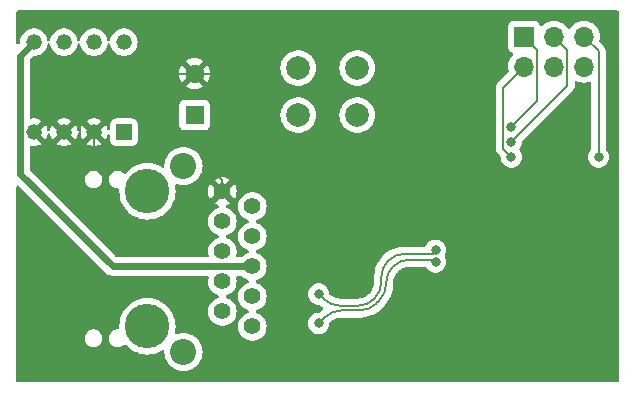
<source format=gbr>
%TF.GenerationSoftware,KiCad,Pcbnew,8.0.9-1.fc41*%
%TF.CreationDate,2025-03-17T15:20:04+02:00*%
%TF.ProjectId,electronics-application-project,656c6563-7472-46f6-9e69-63732d617070,rev?*%
%TF.SameCoordinates,Original*%
%TF.FileFunction,Copper,L2,Bot*%
%TF.FilePolarity,Positive*%
%FSLAX46Y46*%
G04 Gerber Fmt 4.6, Leading zero omitted, Abs format (unit mm)*
G04 Created by KiCad (PCBNEW 8.0.9-1.fc41) date 2025-03-17 15:20:04*
%MOMM*%
%LPD*%
G01*
G04 APERTURE LIST*
%TA.AperFunction,ComponentPad*%
%ADD10C,2.000000*%
%TD*%
%TA.AperFunction,ComponentPad*%
%ADD11R,1.600000X1.600000*%
%TD*%
%TA.AperFunction,ComponentPad*%
%ADD12C,1.600000*%
%TD*%
%TA.AperFunction,ComponentPad*%
%ADD13C,1.397000*%
%TD*%
%TA.AperFunction,ComponentPad*%
%ADD14C,2.209800*%
%TD*%
%TA.AperFunction,ComponentPad*%
%ADD15C,3.759200*%
%TD*%
%TA.AperFunction,ComponentPad*%
%ADD16R,1.700000X1.700000*%
%TD*%
%TA.AperFunction,ComponentPad*%
%ADD17O,1.700000X1.700000*%
%TD*%
%TA.AperFunction,ComponentPad*%
%ADD18R,1.320800X1.320800*%
%TD*%
%TA.AperFunction,ComponentPad*%
%ADD19C,1.320800*%
%TD*%
%TA.AperFunction,ViaPad*%
%ADD20C,0.800000*%
%TD*%
%TA.AperFunction,Conductor*%
%ADD21C,0.200000*%
%TD*%
%TA.AperFunction,Conductor*%
%ADD22C,0.600000*%
%TD*%
G04 APERTURE END LIST*
D10*
%TO.P,L1,1,1*%
%TO.N,Net-(D1-K)*%
X133862601Y-76370601D03*
%TO.P,L1,2,NC*%
%TO.N,unconnected-(L1-NC-Pad2)*%
X138866401Y-76370601D03*
%TO.P,L1,3,1*%
%TO.N,3.3V_D*%
X138866401Y-80358401D03*
%TO.P,L1,4,NC*%
%TO.N,unconnected-(L1-NC-Pad4)*%
X133862601Y-80358401D03*
%TD*%
D11*
%TO.P,C9,1*%
%TO.N,3.3V_D*%
X125100000Y-80352651D03*
D12*
%TO.P,C9,2*%
%TO.N,GND*%
X125100000Y-76852651D03*
%TD*%
D13*
%TO.P,U2,1,VC2-*%
%TO.N,GND*%
X127455799Y-86824251D03*
%TO.P,U2,2,VC1-*%
%TO.N,unconnected-(U2-VC1--Pad2)*%
X129995799Y-88094251D03*
%TO.P,U2,3,RD-*%
%TO.N,Net-(U2-RD-)*%
X127455799Y-89364251D03*
%TO.P,U2,4,RCT*%
%TO.N,Net-(U2-RCT)*%
X129995799Y-90634251D03*
%TO.P,U2,5,RD+*%
%TO.N,Net-(U2-RD+)*%
X127455799Y-91904251D03*
%TO.P,U2,6,VC2+*%
%TO.N,Net-(U2-VC2+)*%
X129995799Y-93174251D03*
%TO.P,U2,7,VC1+*%
%TO.N,unconnected-(U2-VC1+-Pad7)*%
X127455799Y-94444251D03*
%TO.P,U2,8,TD-*%
%TO.N,Net-(U2-TD-)*%
X129995799Y-95714251D03*
%TO.P,U2,9,TCT*%
%TO.N,Net-(U2-TCT)*%
X127455799Y-96984251D03*
%TO.P,U2,10,TD+*%
%TO.N,Net-(U2-TD+)*%
X129995799Y-98254251D03*
D14*
%TO.P,U2,15,Shield*%
%TO.N,Net-(C19-Pad1)*%
X124155831Y-84664253D03*
%TO.P,U2,16,Shield*%
X124155831Y-100414249D03*
D15*
%TO.P,U2,17*%
%TO.N,N/C*%
X121105799Y-86824251D03*
%TO.P,U2,18*%
X121105799Y-98254251D03*
%TD*%
D16*
%TO.P,J1,1,Pin_1*%
%TO.N,/MISO*%
X152975000Y-73725000D03*
D17*
%TO.P,J1,2,Pin_2*%
%TO.N,Net-(J1-Pin_2)*%
X152975000Y-76265000D03*
%TO.P,J1,3,Pin_3*%
%TO.N,/SCLK*%
X155515000Y-73725000D03*
%TO.P,J1,4,Pin_4*%
%TO.N,/MOSI*%
X155515000Y-76265000D03*
%TO.P,J1,5,Pin_5*%
%TO.N,Net-(J1-Pin_5)*%
X158055000Y-73725000D03*
%TO.P,J1,6,Pin_6*%
%TO.N,Net-(J1-Pin_6)*%
X158055000Y-76265000D03*
%TD*%
D18*
%TO.P,U3,1,FB*%
%TO.N,3.3V_D*%
X119110000Y-81810000D03*
D19*
%TO.P,U3,2,SIGGND*%
%TO.N,GND*%
X116570000Y-81810000D03*
%TO.P,U3,3,ON/OFF*%
X114030000Y-81810000D03*
%TO.P,U3,4,PWRGND*%
X111490000Y-81810000D03*
%TO.P,U3,5,VIN*%
%TO.N,Net-(U2-VC2+)*%
X111490000Y-74190000D03*
%TO.P,U3,6,NC*%
%TO.N,unconnected-(U3-NC-Pad6)*%
X114030000Y-74190000D03*
%TO.P,U3,7,OUTPUT*%
%TO.N,Net-(D1-K)*%
X116570000Y-74190000D03*
%TO.P,U3,8,NC*%
%TO.N,unconnected-(U3-NC-Pad8)*%
X119110000Y-74190000D03*
%TD*%
D20*
%TO.N,GND*%
X127400000Y-100937500D03*
X140400000Y-84437500D03*
X142600000Y-84437500D03*
X138200000Y-84437500D03*
X147750000Y-87083600D03*
X144237500Y-99775000D03*
X119000000Y-76600000D03*
X113837500Y-76500000D03*
X122562500Y-91100000D03*
X137700000Y-98337500D03*
X151600000Y-99662500D03*
X158600000Y-99737500D03*
X146700000Y-94200000D03*
X149300000Y-91500000D03*
X144900000Y-84862500D03*
X144700000Y-79537500D03*
X141500000Y-97700000D03*
%TO.N,Net-(U1-TXP)*%
X145500000Y-92800003D03*
X135600000Y-98000000D03*
%TO.N,Net-(U1-TXN)*%
X135600000Y-95500000D03*
X145500000Y-91800000D03*
%TO.N,/MISO*%
X151900000Y-81365000D03*
%TO.N,/SCLK*%
X151904300Y-82635000D03*
%TO.N,Net-(J1-Pin_2)*%
X151904300Y-83905000D03*
%TO.N,Net-(J1-Pin_5)*%
X159295700Y-83905000D03*
%TD*%
D21*
%TO.N,Net-(U1-TXN)*%
X142900000Y-92100000D02*
G75*
G03*
X140900000Y-94100000I0J-2000000D01*
G01*
X136014214Y-95914214D02*
G75*
G03*
X137428427Y-96499981I1414186J1414214D01*
G01*
X138900000Y-96500000D02*
G75*
G03*
X140900000Y-94500000I0J2000000D01*
G01*
X135600000Y-95500000D02*
X136014214Y-95914214D01*
X145300000Y-92100000D02*
X145300000Y-92000000D01*
X137428427Y-96500000D02*
X138900000Y-96500000D01*
X145300000Y-92000000D02*
X145500000Y-91800000D01*
X140900000Y-94500000D02*
X140900000Y-94100000D01*
X142900000Y-92100000D02*
X145300000Y-92100000D01*
%TO.N,Net-(J1-Pin_2)*%
X152975000Y-76265000D02*
X151200000Y-78040000D01*
X151200000Y-83200700D02*
X151904300Y-83905000D01*
X151200000Y-78040000D02*
X151200000Y-83200700D01*
%TO.N,GND*%
X149300000Y-91500000D02*
X149300000Y-91600000D01*
X116570000Y-83970000D02*
X116570000Y-81810000D01*
X149300000Y-91500000D02*
X147750000Y-89950000D01*
X132500000Y-82000000D02*
X127300000Y-76800000D01*
X126800000Y-82400000D02*
X121800000Y-82400000D01*
X137700000Y-98337500D02*
X140862500Y-98337500D01*
X134937500Y-84437500D02*
X132500000Y-82000000D01*
X113837500Y-76500000D02*
X113837500Y-77737500D01*
X147662500Y-84862500D02*
X147800000Y-85000000D01*
X146700000Y-97312500D02*
X144237500Y-99775000D01*
X125100000Y-76852651D02*
X119252651Y-76852651D01*
X144700000Y-84662500D02*
X144900000Y-84862500D01*
X149300000Y-91600000D02*
X146700000Y-94200000D01*
X141500000Y-97700000D02*
X143575000Y-99775000D01*
X115400000Y-78600000D02*
X118200000Y-78600000D01*
X135100000Y-100937500D02*
X127400000Y-100937500D01*
X114700000Y-78600000D02*
X115400000Y-78600000D01*
X138200000Y-84437500D02*
X134937500Y-84437500D01*
X140862500Y-98337500D02*
X141500000Y-97700000D01*
X146700000Y-94200000D02*
X146700000Y-97312500D01*
X144900000Y-84862500D02*
X147662500Y-84862500D01*
X144475000Y-84437500D02*
X144900000Y-84862500D01*
X127455799Y-85836423D02*
X126800000Y-85180624D01*
X119400000Y-91100000D02*
X115400000Y-87100000D01*
X142600000Y-84437500D02*
X144475000Y-84437500D01*
X127247349Y-76852651D02*
X125100000Y-76852651D01*
X127300000Y-76800000D02*
X127247349Y-76852651D01*
X116600000Y-84000000D02*
X116570000Y-83970000D01*
X113837500Y-77737500D02*
X114700000Y-78600000D01*
X126800000Y-85180624D02*
X126800000Y-82400000D01*
X122562500Y-91100000D02*
X119400000Y-91100000D01*
X118200000Y-78600000D02*
X118300000Y-78500000D01*
X127455799Y-86824251D02*
X127455799Y-85836423D01*
X147750000Y-85050000D02*
X147750000Y-87083600D01*
X147750000Y-89950000D02*
X147750000Y-87083600D01*
X144275000Y-99737500D02*
X158600000Y-99737500D01*
X121800000Y-82400000D02*
X120200000Y-84000000D01*
X118300000Y-78200000D02*
X119000000Y-77500000D01*
X118300000Y-78500000D02*
X118300000Y-78200000D01*
X119252651Y-76852651D02*
X119000000Y-76600000D01*
X138200000Y-84437500D02*
X140400000Y-84437500D01*
X143575000Y-99775000D02*
X144237500Y-99775000D01*
X140400000Y-84437500D02*
X142600000Y-84437500D01*
X115400000Y-87100000D02*
X115400000Y-78600000D01*
X119000000Y-77500000D02*
X119000000Y-76600000D01*
X147800000Y-85000000D02*
X147750000Y-85050000D01*
X120200000Y-84000000D02*
X116600000Y-84000000D01*
X144700000Y-79537500D02*
X144700000Y-84662500D01*
X137700000Y-98337500D02*
X135100000Y-100937500D01*
X144237500Y-99775000D02*
X144275000Y-99737500D01*
D22*
%TO.N,Net-(U2-VC2+)*%
X129995799Y-93174251D02*
X118174251Y-93174251D01*
X118174251Y-93174251D02*
X110329600Y-85329600D01*
X110329600Y-85329600D02*
X110329600Y-75350400D01*
X110329600Y-75350400D02*
X111490000Y-74190000D01*
D21*
%TO.N,/MISO*%
X154125000Y-74875000D02*
X152975000Y-73725000D01*
X151900000Y-81365000D02*
X154125000Y-79140000D01*
X154125000Y-79140000D02*
X154125000Y-74875000D01*
%TO.N,/SCLK*%
X151904300Y-82635000D02*
X156665000Y-77874300D01*
X156665000Y-77874300D02*
X156665000Y-74875000D01*
X156665000Y-74875000D02*
X155515000Y-73725000D01*
%TO.N,Net-(J1-Pin_5)*%
X159295700Y-83905000D02*
X159295700Y-74965700D01*
X159295700Y-74965700D02*
X158055000Y-73725000D01*
%TO.N,Net-(U1-TXP)*%
X136114214Y-97485786D02*
X135600000Y-98000000D01*
X143300000Y-92600000D02*
X145299997Y-92600000D01*
X139078013Y-96900000D02*
G75*
G03*
X140492221Y-96314207I-13J2000000D01*
G01*
X137528427Y-96900000D02*
X139078013Y-96900000D01*
X140492227Y-96314213D02*
X140714214Y-96092226D01*
X140714214Y-96092226D02*
G75*
G03*
X141300009Y-94678013I-1414214J1414226D01*
G01*
X143300000Y-92600000D02*
G75*
G03*
X141300000Y-94600000I0J-2000000D01*
G01*
X137528427Y-96900000D02*
G75*
G03*
X136114200Y-97485772I-27J-2000000D01*
G01*
X145299997Y-92600000D02*
X145500000Y-92800003D01*
X141300000Y-94678013D02*
X141300000Y-94600000D01*
%TD*%
%TA.AperFunction,Conductor*%
%TO.N,GND*%
G36*
X160942539Y-71520185D02*
G01*
X160988294Y-71572989D01*
X160999500Y-71624500D01*
X160999500Y-102875500D01*
X160979815Y-102942539D01*
X160927011Y-102988294D01*
X160875500Y-102999500D01*
X110124500Y-102999500D01*
X110057461Y-102979815D01*
X110011706Y-102927011D01*
X110000500Y-102875500D01*
X110000500Y-99338959D01*
X115777296Y-99338959D01*
X115806444Y-99485491D01*
X115806447Y-99485501D01*
X115863619Y-99623528D01*
X115863626Y-99623541D01*
X115946631Y-99747766D01*
X115946634Y-99747770D01*
X116052277Y-99853413D01*
X116052281Y-99853416D01*
X116176506Y-99936421D01*
X116176519Y-99936428D01*
X116314546Y-99993600D01*
X116314551Y-99993602D01*
X116314555Y-99993602D01*
X116314556Y-99993603D01*
X116461088Y-100022751D01*
X116461091Y-100022751D01*
X116610505Y-100022751D01*
X116709089Y-100003140D01*
X116757043Y-99993602D01*
X116884405Y-99940847D01*
X116895074Y-99936428D01*
X116895074Y-99936427D01*
X116895081Y-99936425D01*
X117019313Y-99853416D01*
X117124962Y-99747767D01*
X117207971Y-99623535D01*
X117265148Y-99485497D01*
X117279684Y-99412420D01*
X117294297Y-99338960D01*
X117807298Y-99338960D01*
X117836446Y-99485492D01*
X117836449Y-99485502D01*
X117893621Y-99623529D01*
X117893628Y-99623542D01*
X117976633Y-99747767D01*
X117976636Y-99747771D01*
X118082279Y-99853414D01*
X118082283Y-99853417D01*
X118206508Y-99936422D01*
X118206521Y-99936429D01*
X118344546Y-99993600D01*
X118344553Y-99993603D01*
X118344557Y-99993603D01*
X118344558Y-99993604D01*
X118491090Y-100022752D01*
X118491093Y-100022752D01*
X118640507Y-100022752D01*
X118739091Y-100003141D01*
X118787045Y-99993603D01*
X118925083Y-99936426D01*
X119049315Y-99853417D01*
X119111915Y-99790816D01*
X119173236Y-99757333D01*
X119242928Y-99762317D01*
X119292823Y-99796740D01*
X119419202Y-99940847D01*
X119602381Y-100101490D01*
X119653777Y-100146563D01*
X119913195Y-100319901D01*
X120048990Y-100386867D01*
X120193017Y-100457894D01*
X120193027Y-100457898D01*
X120404498Y-100529682D01*
X120488462Y-100558184D01*
X120794467Y-100619052D01*
X121105799Y-100639458D01*
X121417131Y-100619052D01*
X121723136Y-100558184D01*
X121922171Y-100490620D01*
X122018570Y-100457898D01*
X122018580Y-100457894D01*
X122298403Y-100319901D01*
X122354452Y-100282449D01*
X122421126Y-100261572D01*
X122488506Y-100280055D01*
X122535197Y-100332034D01*
X122546959Y-100395275D01*
X122545467Y-100414243D01*
X122545467Y-100414245D01*
X122565292Y-100666161D01*
X122624283Y-100911879D01*
X122720985Y-101145339D01*
X122853015Y-101360791D01*
X122853016Y-101360793D01*
X122853017Y-101360795D01*
X122853019Y-101360797D01*
X123017132Y-101552948D01*
X123209283Y-101717061D01*
X123209285Y-101717062D01*
X123209286Y-101717063D01*
X123209288Y-101717064D01*
X123424740Y-101849094D01*
X123658200Y-101945796D01*
X123719629Y-101960543D01*
X123903915Y-102004787D01*
X124155831Y-102024613D01*
X124407747Y-102004787D01*
X124653461Y-101945796D01*
X124886921Y-101849094D01*
X125102379Y-101717061D01*
X125294530Y-101552948D01*
X125458643Y-101360797D01*
X125590676Y-101145339D01*
X125687378Y-100911879D01*
X125746369Y-100666165D01*
X125766195Y-100414249D01*
X125746369Y-100162333D01*
X125687378Y-99916619D01*
X125661200Y-99853418D01*
X125590676Y-99683158D01*
X125458646Y-99467706D01*
X125458645Y-99467704D01*
X125458644Y-99467703D01*
X125458643Y-99467701D01*
X125294530Y-99275550D01*
X125102379Y-99111437D01*
X125102377Y-99111435D01*
X125102375Y-99111434D01*
X125102373Y-99111433D01*
X124886921Y-98979403D01*
X124653461Y-98882701D01*
X124407743Y-98823710D01*
X124407744Y-98823710D01*
X124155831Y-98803885D01*
X123903918Y-98823710D01*
X123658200Y-98882701D01*
X123599339Y-98907082D01*
X123529870Y-98914549D01*
X123467391Y-98883274D01*
X123431739Y-98823184D01*
X123430271Y-98768329D01*
X123448819Y-98675086D01*
X123470600Y-98565583D01*
X123491006Y-98254251D01*
X123470600Y-97942919D01*
X123409732Y-97636914D01*
X123363516Y-97500765D01*
X123309446Y-97341479D01*
X123309442Y-97341469D01*
X123171454Y-97061657D01*
X123171445Y-97061642D01*
X123133774Y-97005263D01*
X122998111Y-96802229D01*
X122886685Y-96675172D01*
X122792395Y-96567654D01*
X122557822Y-96361940D01*
X122540482Y-96350354D01*
X122429866Y-96276442D01*
X122298408Y-96188604D01*
X122298405Y-96188602D01*
X122298403Y-96188601D01*
X122218597Y-96149245D01*
X122018580Y-96050607D01*
X122018570Y-96050603D01*
X121723149Y-95950322D01*
X121723143Y-95950320D01*
X121723136Y-95950318D01*
X121417131Y-95889450D01*
X121105799Y-95869044D01*
X120794467Y-95889450D01*
X120794461Y-95889451D01*
X120794456Y-95889452D01*
X120488467Y-95950317D01*
X120488462Y-95950318D01*
X120488457Y-95950319D01*
X120488448Y-95950322D01*
X120193027Y-96050603D01*
X120193017Y-96050607D01*
X119913205Y-96188595D01*
X119913190Y-96188604D01*
X119653775Y-96361940D01*
X119419202Y-96567654D01*
X119213488Y-96802227D01*
X119040152Y-97061642D01*
X119040143Y-97061657D01*
X118902155Y-97341469D01*
X118902151Y-97341479D01*
X118801870Y-97636900D01*
X118801867Y-97636909D01*
X118801866Y-97636914D01*
X118740998Y-97942919D01*
X118720593Y-98254250D01*
X118720592Y-98254258D01*
X118728417Y-98373642D01*
X118713160Y-98441825D01*
X118663461Y-98490936D01*
X118604683Y-98505752D01*
X118491091Y-98505752D01*
X118344558Y-98534899D01*
X118344548Y-98534902D01*
X118206521Y-98592074D01*
X118206508Y-98592081D01*
X118082283Y-98675086D01*
X118082279Y-98675089D01*
X117976636Y-98780732D01*
X117976633Y-98780736D01*
X117893628Y-98904961D01*
X117893621Y-98904974D01*
X117836449Y-99043001D01*
X117836446Y-99043011D01*
X117807299Y-99189543D01*
X117807299Y-99189545D01*
X117807299Y-99189546D01*
X117807299Y-99338958D01*
X117807299Y-99338960D01*
X117807298Y-99338960D01*
X117294297Y-99338960D01*
X117294297Y-99338959D01*
X117294297Y-99189542D01*
X117265149Y-99043010D01*
X117265148Y-99043006D01*
X117265148Y-99043005D01*
X117238804Y-98979404D01*
X117207974Y-98904973D01*
X117207967Y-98904960D01*
X117124962Y-98780735D01*
X117124959Y-98780731D01*
X117019316Y-98675088D01*
X117019312Y-98675085D01*
X116895087Y-98592080D01*
X116895074Y-98592073D01*
X116757047Y-98534901D01*
X116757037Y-98534898D01*
X116610505Y-98505751D01*
X116610503Y-98505751D01*
X116461091Y-98505751D01*
X116461089Y-98505751D01*
X116314556Y-98534898D01*
X116314546Y-98534901D01*
X116176519Y-98592073D01*
X116176506Y-98592080D01*
X116052281Y-98675085D01*
X116052277Y-98675088D01*
X115946634Y-98780731D01*
X115946631Y-98780735D01*
X115863626Y-98904960D01*
X115863619Y-98904973D01*
X115806447Y-99043000D01*
X115806444Y-99043010D01*
X115777297Y-99189542D01*
X115777297Y-99189543D01*
X115777297Y-99189545D01*
X115777297Y-99338957D01*
X115777297Y-99338959D01*
X115777296Y-99338959D01*
X110000500Y-99338959D01*
X110000500Y-86431940D01*
X110020185Y-86364901D01*
X110072989Y-86319146D01*
X110142147Y-86309202D01*
X110205703Y-86338227D01*
X110212181Y-86344259D01*
X117663958Y-93796037D01*
X117663962Y-93796040D01*
X117795065Y-93883641D01*
X117795078Y-93883648D01*
X117940749Y-93943986D01*
X117940754Y-93943988D01*
X118089894Y-93973654D01*
X118095404Y-93974750D01*
X118095407Y-93974751D01*
X118095409Y-93974751D01*
X118253094Y-93974751D01*
X126178593Y-93974751D01*
X126245632Y-93994436D01*
X126291387Y-94047240D01*
X126301331Y-94116398D01*
X126297859Y-94132685D01*
X126272165Y-94222988D01*
X126272164Y-94222991D01*
X126251662Y-94444250D01*
X126251662Y-94444251D01*
X126272164Y-94665510D01*
X126272165Y-94665512D01*
X126332973Y-94879230D01*
X126332979Y-94879245D01*
X126432021Y-95078147D01*
X126565932Y-95255475D01*
X126627657Y-95311744D01*
X126723428Y-95399051D01*
X126730143Y-95405172D01*
X126730145Y-95405174D01*
X126919065Y-95522148D01*
X126919071Y-95522151D01*
X126928826Y-95525930D01*
X127116474Y-95598625D01*
X127171873Y-95641197D01*
X127195464Y-95706964D01*
X127179753Y-95775044D01*
X127129729Y-95823823D01*
X127116483Y-95829872D01*
X127037170Y-95860599D01*
X126919071Y-95906350D01*
X126919065Y-95906353D01*
X126730145Y-96023327D01*
X126730143Y-96023329D01*
X126565932Y-96173026D01*
X126432021Y-96350354D01*
X126332979Y-96549256D01*
X126332973Y-96549271D01*
X126272165Y-96762989D01*
X126272164Y-96762991D01*
X126251662Y-96984250D01*
X126251662Y-96984251D01*
X126272164Y-97205510D01*
X126272165Y-97205512D01*
X126332973Y-97419230D01*
X126332979Y-97419245D01*
X126432021Y-97618147D01*
X126565932Y-97795475D01*
X126712200Y-97928815D01*
X126727671Y-97942919D01*
X126730143Y-97945172D01*
X126730145Y-97945174D01*
X126919065Y-98062148D01*
X126919071Y-98062151D01*
X126948005Y-98073360D01*
X127126271Y-98142421D01*
X127344695Y-98183251D01*
X127344698Y-98183251D01*
X127566900Y-98183251D01*
X127566903Y-98183251D01*
X127785327Y-98142421D01*
X127992529Y-98062150D01*
X128181454Y-97945173D01*
X128345667Y-97795473D01*
X128479577Y-97618147D01*
X128578623Y-97419235D01*
X128639433Y-97205511D01*
X128659936Y-96984251D01*
X128653166Y-96911197D01*
X128639433Y-96762991D01*
X128639432Y-96762989D01*
X128630452Y-96731428D01*
X128578623Y-96549267D01*
X128479577Y-96350355D01*
X128357429Y-96188604D01*
X128345665Y-96173026D01*
X128181454Y-96023329D01*
X128181452Y-96023327D01*
X127992532Y-95906353D01*
X127992526Y-95906351D01*
X127795121Y-95829875D01*
X127739724Y-95787305D01*
X127716133Y-95721538D01*
X127731844Y-95653458D01*
X127781868Y-95604679D01*
X127795107Y-95598631D01*
X127992529Y-95522150D01*
X128181454Y-95405173D01*
X128345667Y-95255473D01*
X128479577Y-95078147D01*
X128578623Y-94879235D01*
X128639433Y-94665511D01*
X128659936Y-94444251D01*
X128653166Y-94371197D01*
X128639433Y-94222991D01*
X128639432Y-94222988D01*
X128613739Y-94132685D01*
X128614326Y-94062818D01*
X128652592Y-94004359D01*
X128716390Y-93975869D01*
X128733005Y-93974751D01*
X129046131Y-93974751D01*
X129113170Y-93994436D01*
X129129669Y-94007114D01*
X129270143Y-94135172D01*
X129270145Y-94135174D01*
X129459065Y-94252148D01*
X129459071Y-94252151D01*
X129501492Y-94268584D01*
X129656474Y-94328625D01*
X129711873Y-94371197D01*
X129735464Y-94436964D01*
X129719753Y-94505044D01*
X129669729Y-94553823D01*
X129656483Y-94559872D01*
X129577170Y-94590599D01*
X129459071Y-94636350D01*
X129459065Y-94636353D01*
X129270145Y-94753327D01*
X129270143Y-94753329D01*
X129105932Y-94903026D01*
X128972021Y-95080354D01*
X128872979Y-95279256D01*
X128872973Y-95279271D01*
X128812165Y-95492989D01*
X128812164Y-95492991D01*
X128791662Y-95714250D01*
X128791662Y-95714251D01*
X128812164Y-95935510D01*
X128812165Y-95935512D01*
X128872973Y-96149230D01*
X128872979Y-96149245D01*
X128972021Y-96348147D01*
X129105932Y-96525475D01*
X129270143Y-96675172D01*
X129270145Y-96675174D01*
X129459065Y-96792148D01*
X129459071Y-96792151D01*
X129485086Y-96802229D01*
X129656474Y-96868625D01*
X129711873Y-96911197D01*
X129735464Y-96976964D01*
X129719753Y-97045044D01*
X129669729Y-97093823D01*
X129656483Y-97099872D01*
X129577170Y-97130599D01*
X129459071Y-97176350D01*
X129459065Y-97176353D01*
X129270145Y-97293327D01*
X129270143Y-97293329D01*
X129105932Y-97443026D01*
X128972021Y-97620354D01*
X128872979Y-97819256D01*
X128872973Y-97819271D01*
X128812165Y-98032989D01*
X128812164Y-98032991D01*
X128791662Y-98254250D01*
X128791662Y-98254251D01*
X128812164Y-98475510D01*
X128812165Y-98475512D01*
X128872973Y-98689230D01*
X128872979Y-98689245D01*
X128972021Y-98888147D01*
X129105932Y-99065475D01*
X129270143Y-99215172D01*
X129270145Y-99215174D01*
X129459065Y-99332148D01*
X129459071Y-99332151D01*
X129488005Y-99343360D01*
X129666271Y-99412421D01*
X129884695Y-99453251D01*
X129884698Y-99453251D01*
X130106900Y-99453251D01*
X130106903Y-99453251D01*
X130325327Y-99412421D01*
X130532529Y-99332150D01*
X130721454Y-99215173D01*
X130885667Y-99065473D01*
X131019577Y-98888147D01*
X131118623Y-98689235D01*
X131179433Y-98475511D01*
X131199936Y-98254251D01*
X131179433Y-98032991D01*
X131118623Y-97819267D01*
X131106573Y-97795068D01*
X131055511Y-97692521D01*
X131019577Y-97620355D01*
X130885667Y-97443029D01*
X130885665Y-97443026D01*
X130721454Y-97293329D01*
X130721452Y-97293327D01*
X130532532Y-97176353D01*
X130532526Y-97176351D01*
X130335121Y-97099875D01*
X130279724Y-97057305D01*
X130256133Y-96991538D01*
X130271844Y-96923458D01*
X130321868Y-96874679D01*
X130335107Y-96868631D01*
X130532529Y-96792150D01*
X130721454Y-96675173D01*
X130885667Y-96525473D01*
X131019577Y-96348147D01*
X131118623Y-96149235D01*
X131179433Y-95935511D01*
X131199936Y-95714251D01*
X131197527Y-95688259D01*
X131180082Y-95500000D01*
X134694540Y-95500000D01*
X134714326Y-95688256D01*
X134714327Y-95688259D01*
X134772818Y-95868277D01*
X134772821Y-95868284D01*
X134867467Y-96032216D01*
X134972827Y-96149230D01*
X134994129Y-96172888D01*
X135147265Y-96284148D01*
X135147270Y-96284151D01*
X135320192Y-96361142D01*
X135320197Y-96361144D01*
X135505354Y-96400500D01*
X135599876Y-96400500D01*
X135666915Y-96420185D01*
X135687557Y-96436819D01*
X135692855Y-96442117D01*
X135921223Y-96624229D01*
X135935480Y-96633187D01*
X135981772Y-96685521D01*
X135992421Y-96754575D01*
X135964046Y-96818423D01*
X135946821Y-96835129D01*
X135792868Y-96957900D01*
X135749842Y-97000924D01*
X135749829Y-97000936D01*
X135745498Y-97005266D01*
X135745498Y-97005267D01*
X135687582Y-97063182D01*
X135626262Y-97096666D01*
X135599903Y-97099500D01*
X135505354Y-97099500D01*
X135472897Y-97106398D01*
X135320197Y-97138855D01*
X135320192Y-97138857D01*
X135147270Y-97215848D01*
X135147265Y-97215851D01*
X134994129Y-97327111D01*
X134867466Y-97467785D01*
X134772821Y-97631715D01*
X134772818Y-97631722D01*
X134719612Y-97795475D01*
X134714326Y-97811744D01*
X134694540Y-98000000D01*
X134714326Y-98188256D01*
X134714327Y-98188259D01*
X134772818Y-98368277D01*
X134772821Y-98368284D01*
X134867467Y-98532216D01*
X134921369Y-98592080D01*
X134994129Y-98672888D01*
X135147265Y-98784148D01*
X135147270Y-98784151D01*
X135320192Y-98861142D01*
X135320197Y-98861144D01*
X135505354Y-98900500D01*
X135505355Y-98900500D01*
X135694644Y-98900500D01*
X135694646Y-98900500D01*
X135879803Y-98861144D01*
X136052730Y-98784151D01*
X136205871Y-98672888D01*
X136332533Y-98532216D01*
X136427179Y-98368284D01*
X136485674Y-98188256D01*
X136505460Y-98000000D01*
X136505460Y-97999997D01*
X136505460Y-97995854D01*
X136506138Y-97993544D01*
X136506139Y-97993537D01*
X136506140Y-97993537D01*
X136525145Y-97928815D01*
X136547698Y-97902628D01*
X136670358Y-97795061D01*
X136683219Y-97785194D01*
X136821918Y-97692521D01*
X136835956Y-97684415D01*
X136985576Y-97610633D01*
X137000546Y-97604432D01*
X137158520Y-97550810D01*
X137174160Y-97546619D01*
X137337786Y-97514073D01*
X137353850Y-97511959D01*
X137524680Y-97500764D01*
X137532788Y-97500500D01*
X137601333Y-97500501D01*
X137601337Y-97500500D01*
X139005103Y-97500500D01*
X139026646Y-97500500D01*
X139026677Y-97500509D01*
X139078017Y-97500509D01*
X139224062Y-97500509D01*
X139224062Y-97500508D01*
X139470141Y-97472780D01*
X139514296Y-97467805D01*
X139514296Y-97467804D01*
X139514304Y-97467804D01*
X139799063Y-97402808D01*
X140074754Y-97306337D01*
X140337910Y-97179606D01*
X140585223Y-97024208D01*
X140813581Y-96842096D01*
X140858259Y-96797416D01*
X140858263Y-96797414D01*
X140916847Y-96738829D01*
X140947070Y-96708605D01*
X141194733Y-96460942D01*
X141194734Y-96460939D01*
X141200865Y-96454809D01*
X141200949Y-96454713D01*
X141242086Y-96413578D01*
X141242086Y-96413577D01*
X141242090Y-96413574D01*
X141424201Y-96185216D01*
X141579599Y-95937905D01*
X141706329Y-95674749D01*
X141802799Y-95399059D01*
X141867795Y-95114302D01*
X141900500Y-94824057D01*
X141900500Y-94678017D01*
X141900500Y-94605103D01*
X141900500Y-94604875D01*
X141900882Y-94595146D01*
X141912184Y-94451538D01*
X141916964Y-94390791D01*
X141920006Y-94371586D01*
X141966720Y-94177009D01*
X141972726Y-94158524D01*
X142049303Y-93973650D01*
X142058136Y-93956317D01*
X142059581Y-93953959D01*
X142162687Y-93785706D01*
X142174117Y-93769976D01*
X142233453Y-93700503D01*
X142304066Y-93617825D01*
X142317825Y-93604066D01*
X142469976Y-93474117D01*
X142485706Y-93462687D01*
X142656320Y-93358134D01*
X142673650Y-93349303D01*
X142858524Y-93272726D01*
X142877009Y-93266720D01*
X143071586Y-93220006D01*
X143090791Y-93216964D01*
X143295146Y-93200881D01*
X143304875Y-93200500D01*
X143372914Y-93200500D01*
X144619828Y-93200500D01*
X144686867Y-93220185D01*
X144727214Y-93262499D01*
X144767466Y-93332217D01*
X144767467Y-93332219D01*
X144894129Y-93472891D01*
X145047265Y-93584151D01*
X145047270Y-93584154D01*
X145220192Y-93661145D01*
X145220197Y-93661147D01*
X145405354Y-93700503D01*
X145405355Y-93700503D01*
X145594644Y-93700503D01*
X145594646Y-93700503D01*
X145779803Y-93661147D01*
X145952730Y-93584154D01*
X146105871Y-93472891D01*
X146232533Y-93332219D01*
X146327179Y-93168287D01*
X146385674Y-92988259D01*
X146405460Y-92800003D01*
X146385674Y-92611747D01*
X146327179Y-92431719D01*
X146286927Y-92362000D01*
X146270454Y-92294100D01*
X146286927Y-92238002D01*
X146327179Y-92168284D01*
X146385674Y-91988256D01*
X146405460Y-91800000D01*
X146385674Y-91611744D01*
X146327179Y-91431716D01*
X146232533Y-91267784D01*
X146105871Y-91127112D01*
X146058960Y-91093029D01*
X145952734Y-91015851D01*
X145952729Y-91015848D01*
X145779807Y-90938857D01*
X145779802Y-90938855D01*
X145634001Y-90907865D01*
X145594646Y-90899500D01*
X145405354Y-90899500D01*
X145372897Y-90906398D01*
X145220197Y-90938855D01*
X145220192Y-90938857D01*
X145047270Y-91015848D01*
X145047265Y-91015851D01*
X144894129Y-91127111D01*
X144767465Y-91267785D01*
X144669571Y-91437344D01*
X144666925Y-91435816D01*
X144630397Y-91479006D01*
X144563598Y-91499491D01*
X144562115Y-91499500D01*
X142753952Y-91499500D01*
X142463728Y-91532199D01*
X142463714Y-91532202D01*
X142178955Y-91597196D01*
X142178953Y-91597197D01*
X141903261Y-91693665D01*
X141640109Y-91820393D01*
X141392795Y-91975791D01*
X141164435Y-92157901D01*
X140957901Y-92364435D01*
X140775791Y-92592795D01*
X140620393Y-92840109D01*
X140493665Y-93103261D01*
X140397197Y-93378953D01*
X140397196Y-93378955D01*
X140332202Y-93663714D01*
X140332199Y-93663728D01*
X140299500Y-93953952D01*
X140299500Y-94495124D01*
X140299118Y-94504853D01*
X140283035Y-94709202D01*
X140279991Y-94728420D01*
X140233282Y-94922979D01*
X140227269Y-94941485D01*
X140150697Y-95126345D01*
X140141863Y-95143682D01*
X140037319Y-95314282D01*
X140025882Y-95330023D01*
X139895933Y-95482174D01*
X139882174Y-95495933D01*
X139730023Y-95625882D01*
X139714282Y-95637319D01*
X139543682Y-95741863D01*
X139526345Y-95750697D01*
X139341485Y-95827269D01*
X139322979Y-95833282D01*
X139128420Y-95879991D01*
X139109202Y-95883035D01*
X138904854Y-95899118D01*
X138895125Y-95899500D01*
X137508944Y-95899500D01*
X137508928Y-95899499D01*
X137432483Y-95899499D01*
X137424375Y-95899234D01*
X137253854Y-95888060D01*
X137237773Y-95885943D01*
X137074170Y-95853403D01*
X137058502Y-95849205D01*
X136900547Y-95795588D01*
X136885562Y-95789381D01*
X136735952Y-95715604D01*
X136721904Y-95707494D01*
X136583206Y-95614821D01*
X136570339Y-95604948D01*
X136570032Y-95604679D01*
X136547512Y-95584929D01*
X136510088Y-95525930D01*
X136505949Y-95504662D01*
X136505459Y-95500004D01*
X136505460Y-95500000D01*
X136485674Y-95311744D01*
X136427179Y-95131716D01*
X136332533Y-94967784D01*
X136205871Y-94827112D01*
X136201672Y-94824061D01*
X136052734Y-94715851D01*
X136052729Y-94715848D01*
X135879807Y-94638857D01*
X135879802Y-94638855D01*
X135721006Y-94605103D01*
X135694646Y-94599500D01*
X135505354Y-94599500D01*
X135478994Y-94605103D01*
X135320197Y-94638855D01*
X135320192Y-94638857D01*
X135147270Y-94715848D01*
X135147265Y-94715851D01*
X134994129Y-94827111D01*
X134867466Y-94967785D01*
X134772821Y-95131715D01*
X134772818Y-95131722D01*
X134724882Y-95279256D01*
X134714326Y-95311744D01*
X134694540Y-95500000D01*
X131180082Y-95500000D01*
X131179433Y-95492991D01*
X131179432Y-95492989D01*
X131154446Y-95405174D01*
X131118623Y-95279267D01*
X131019577Y-95080355D01*
X130907899Y-94932469D01*
X130885665Y-94903026D01*
X130721454Y-94753329D01*
X130721452Y-94753327D01*
X130532532Y-94636353D01*
X130532526Y-94636351D01*
X130335121Y-94559875D01*
X130279724Y-94517305D01*
X130256133Y-94451538D01*
X130271844Y-94383458D01*
X130321868Y-94334679D01*
X130335107Y-94328631D01*
X130532529Y-94252150D01*
X130721454Y-94135173D01*
X130885667Y-93985473D01*
X131019577Y-93808147D01*
X131118623Y-93609235D01*
X131179433Y-93395511D01*
X131199936Y-93174251D01*
X131179433Y-92952991D01*
X131118623Y-92739267D01*
X131019577Y-92540355D01*
X130892920Y-92372633D01*
X130885665Y-92363026D01*
X130721454Y-92213329D01*
X130721452Y-92213327D01*
X130532532Y-92096353D01*
X130532526Y-92096351D01*
X130335121Y-92019875D01*
X130279724Y-91977305D01*
X130256133Y-91911538D01*
X130271844Y-91843458D01*
X130321868Y-91794679D01*
X130335107Y-91788631D01*
X130532529Y-91712150D01*
X130721454Y-91595173D01*
X130885667Y-91445473D01*
X131019577Y-91268147D01*
X131118623Y-91069235D01*
X131179433Y-90855511D01*
X131199936Y-90634251D01*
X131193166Y-90561197D01*
X131179433Y-90412991D01*
X131179432Y-90412989D01*
X131154446Y-90325174D01*
X131118623Y-90199267D01*
X131019577Y-90000355D01*
X130885667Y-89823029D01*
X130885665Y-89823026D01*
X130721454Y-89673329D01*
X130721452Y-89673327D01*
X130532532Y-89556353D01*
X130532526Y-89556351D01*
X130335121Y-89479875D01*
X130279724Y-89437305D01*
X130256133Y-89371538D01*
X130271844Y-89303458D01*
X130321868Y-89254679D01*
X130335107Y-89248631D01*
X130532529Y-89172150D01*
X130721454Y-89055173D01*
X130885667Y-88905473D01*
X131019577Y-88728147D01*
X131118623Y-88529235D01*
X131179433Y-88315511D01*
X131199936Y-88094251D01*
X131179433Y-87872991D01*
X131118623Y-87659267D01*
X131019577Y-87460355D01*
X130885667Y-87283029D01*
X130885665Y-87283026D01*
X130721454Y-87133329D01*
X130721452Y-87133327D01*
X130532532Y-87016353D01*
X130532526Y-87016350D01*
X130424879Y-86974648D01*
X130325327Y-86936081D01*
X130106903Y-86895251D01*
X129884695Y-86895251D01*
X129666271Y-86936081D01*
X129616494Y-86955364D01*
X129459071Y-87016350D01*
X129459065Y-87016353D01*
X129270145Y-87133327D01*
X129270143Y-87133329D01*
X129105932Y-87283026D01*
X128972021Y-87460354D01*
X128872979Y-87659256D01*
X128872973Y-87659271D01*
X128812165Y-87872989D01*
X128812164Y-87872991D01*
X128791662Y-88094250D01*
X128791662Y-88094251D01*
X128812164Y-88315510D01*
X128812165Y-88315512D01*
X128872973Y-88529230D01*
X128872979Y-88529245D01*
X128972021Y-88728147D01*
X129105932Y-88905475D01*
X129270143Y-89055172D01*
X129270145Y-89055174D01*
X129459065Y-89172148D01*
X129459071Y-89172151D01*
X129501492Y-89188584D01*
X129656474Y-89248625D01*
X129711873Y-89291197D01*
X129735464Y-89356964D01*
X129719753Y-89425044D01*
X129669729Y-89473823D01*
X129656483Y-89479872D01*
X129577170Y-89510599D01*
X129459071Y-89556350D01*
X129459065Y-89556353D01*
X129270145Y-89673327D01*
X129270143Y-89673329D01*
X129105932Y-89823026D01*
X128972021Y-90000354D01*
X128872979Y-90199256D01*
X128872973Y-90199271D01*
X128812165Y-90412989D01*
X128812164Y-90412991D01*
X128791662Y-90634250D01*
X128791662Y-90634251D01*
X128812164Y-90855510D01*
X128812165Y-90855512D01*
X128872973Y-91069230D01*
X128872979Y-91069245D01*
X128972021Y-91268147D01*
X129105932Y-91445475D01*
X129270143Y-91595172D01*
X129270145Y-91595174D01*
X129459065Y-91712148D01*
X129459071Y-91712151D01*
X129501492Y-91728584D01*
X129656474Y-91788625D01*
X129711873Y-91831197D01*
X129735464Y-91896964D01*
X129719753Y-91965044D01*
X129669729Y-92013823D01*
X129656483Y-92019872D01*
X129577170Y-92050599D01*
X129459071Y-92096350D01*
X129459065Y-92096353D01*
X129270145Y-92213327D01*
X129270143Y-92213329D01*
X129129669Y-92341388D01*
X129066865Y-92372005D01*
X129046131Y-92373751D01*
X128733005Y-92373751D01*
X128665966Y-92354066D01*
X128620211Y-92301262D01*
X128610267Y-92232104D01*
X128613739Y-92215817D01*
X128639432Y-92125513D01*
X128639433Y-92125510D01*
X128649783Y-92013823D01*
X128659936Y-91904251D01*
X128653166Y-91831197D01*
X128639433Y-91682991D01*
X128639432Y-91682989D01*
X128614446Y-91595174D01*
X128578623Y-91469267D01*
X128562727Y-91437344D01*
X128530347Y-91372316D01*
X128479577Y-91270355D01*
X128371405Y-91127112D01*
X128345665Y-91093026D01*
X128181454Y-90943329D01*
X128181452Y-90943327D01*
X127992532Y-90826353D01*
X127992526Y-90826351D01*
X127795121Y-90749875D01*
X127739724Y-90707305D01*
X127716133Y-90641538D01*
X127731844Y-90573458D01*
X127781868Y-90524679D01*
X127795107Y-90518631D01*
X127992529Y-90442150D01*
X128181454Y-90325173D01*
X128345667Y-90175473D01*
X128479577Y-89998147D01*
X128578623Y-89799235D01*
X128639433Y-89585511D01*
X128659936Y-89364251D01*
X128653166Y-89291197D01*
X128639433Y-89142991D01*
X128639432Y-89142989D01*
X128635218Y-89128179D01*
X128578623Y-88929267D01*
X128479577Y-88730355D01*
X128345667Y-88553029D01*
X128345665Y-88553026D01*
X128181454Y-88403329D01*
X128181452Y-88403327D01*
X127992532Y-88286353D01*
X127992526Y-88286350D01*
X127845898Y-88229546D01*
X127794432Y-88209608D01*
X127739031Y-88167036D01*
X127715441Y-88101269D01*
X127731152Y-88033189D01*
X127781176Y-87984410D01*
X127794434Y-87978355D01*
X127992301Y-87901701D01*
X127992305Y-87901699D01*
X128108036Y-87830041D01*
X127539894Y-87261898D01*
X127627370Y-87238459D01*
X127728729Y-87179940D01*
X127811488Y-87097181D01*
X127870007Y-86995822D01*
X127893446Y-86908345D01*
X128463587Y-87478486D01*
X128463588Y-87478486D01*
X128479148Y-87457883D01*
X128479149Y-87457880D01*
X128578149Y-87259064D01*
X128578155Y-87259049D01*
X128638938Y-87045419D01*
X128638939Y-87045417D01*
X128659433Y-86824251D01*
X128659433Y-86824250D01*
X128638939Y-86603084D01*
X128638938Y-86603082D01*
X128578155Y-86389452D01*
X128578149Y-86389437D01*
X128479150Y-86190621D01*
X128479148Y-86190618D01*
X128463587Y-86170013D01*
X127893446Y-86740155D01*
X127870007Y-86652680D01*
X127811488Y-86551321D01*
X127728729Y-86468562D01*
X127627370Y-86410043D01*
X127539893Y-86386603D01*
X128108036Y-85818459D01*
X128108035Y-85818458D01*
X127992308Y-85746803D01*
X127992302Y-85746800D01*
X127785191Y-85666566D01*
X127566854Y-85625751D01*
X127344744Y-85625751D01*
X127126406Y-85666566D01*
X126919294Y-85746801D01*
X126803560Y-85818459D01*
X127371705Y-86386603D01*
X127284228Y-86410043D01*
X127182869Y-86468562D01*
X127100110Y-86551321D01*
X127041591Y-86652680D01*
X127018151Y-86740156D01*
X126448009Y-86170013D01*
X126432450Y-86190618D01*
X126432445Y-86190625D01*
X126333448Y-86389437D01*
X126333442Y-86389452D01*
X126272659Y-86603082D01*
X126272658Y-86603084D01*
X126252165Y-86824250D01*
X126252165Y-86824251D01*
X126272658Y-87045417D01*
X126272659Y-87045419D01*
X126333442Y-87259049D01*
X126333448Y-87259064D01*
X126432445Y-87457877D01*
X126432450Y-87457885D01*
X126448008Y-87478486D01*
X127018151Y-86908344D01*
X127041591Y-86995822D01*
X127100110Y-87097181D01*
X127182869Y-87179940D01*
X127284228Y-87238459D01*
X127371704Y-87261898D01*
X126803560Y-87830041D01*
X126803561Y-87830042D01*
X126919289Y-87901698D01*
X126919295Y-87901700D01*
X127117164Y-87978355D01*
X127172565Y-88020928D01*
X127196156Y-88086695D01*
X127180445Y-88154775D01*
X127130421Y-88203554D01*
X127117164Y-88209608D01*
X126919080Y-88286346D01*
X126919065Y-88286353D01*
X126730145Y-88403327D01*
X126730143Y-88403329D01*
X126565932Y-88553026D01*
X126432021Y-88730354D01*
X126332979Y-88929256D01*
X126332973Y-88929271D01*
X126272165Y-89142989D01*
X126272164Y-89142991D01*
X126251662Y-89364250D01*
X126251662Y-89364251D01*
X126272164Y-89585510D01*
X126272165Y-89585512D01*
X126332973Y-89799230D01*
X126332979Y-89799245D01*
X126432021Y-89998147D01*
X126565932Y-90175475D01*
X126730143Y-90325172D01*
X126730145Y-90325174D01*
X126919065Y-90442148D01*
X126919071Y-90442151D01*
X126961492Y-90458584D01*
X127116474Y-90518625D01*
X127171873Y-90561197D01*
X127195464Y-90626964D01*
X127179753Y-90695044D01*
X127129729Y-90743823D01*
X127116483Y-90749872D01*
X127037170Y-90780599D01*
X126919071Y-90826350D01*
X126919065Y-90826353D01*
X126730145Y-90943327D01*
X126730143Y-90943329D01*
X126565932Y-91093026D01*
X126432021Y-91270354D01*
X126332979Y-91469256D01*
X126332973Y-91469271D01*
X126272165Y-91682989D01*
X126272164Y-91682991D01*
X126251662Y-91904250D01*
X126251662Y-91904251D01*
X126272164Y-92125510D01*
X126272165Y-92125513D01*
X126297859Y-92215817D01*
X126297272Y-92285684D01*
X126259006Y-92344143D01*
X126195208Y-92372633D01*
X126178593Y-92373751D01*
X118557191Y-92373751D01*
X118490152Y-92354066D01*
X118469510Y-92337432D01*
X112021037Y-85888959D01*
X115777296Y-85888959D01*
X115806444Y-86035491D01*
X115806447Y-86035501D01*
X115863619Y-86173528D01*
X115863626Y-86173541D01*
X115946631Y-86297766D01*
X115946634Y-86297770D01*
X116052277Y-86403413D01*
X116052281Y-86403416D01*
X116176506Y-86486421D01*
X116176519Y-86486428D01*
X116314544Y-86543599D01*
X116314551Y-86543602D01*
X116314555Y-86543602D01*
X116314556Y-86543603D01*
X116461088Y-86572751D01*
X116461091Y-86572751D01*
X116610505Y-86572751D01*
X116718237Y-86551321D01*
X116757043Y-86543602D01*
X116895081Y-86486425D01*
X117019313Y-86403416D01*
X117124962Y-86297767D01*
X117207971Y-86173535D01*
X117265148Y-86035497D01*
X117294297Y-85888958D01*
X117807298Y-85888958D01*
X117836446Y-86035490D01*
X117836449Y-86035500D01*
X117893621Y-86173527D01*
X117893628Y-86173540D01*
X117976633Y-86297765D01*
X117976636Y-86297769D01*
X118082279Y-86403412D01*
X118082283Y-86403415D01*
X118206508Y-86486420D01*
X118206521Y-86486427D01*
X118344548Y-86543599D01*
X118344553Y-86543601D01*
X118344557Y-86543601D01*
X118344558Y-86543602D01*
X118491090Y-86572750D01*
X118604683Y-86572750D01*
X118671722Y-86592435D01*
X118717477Y-86645239D01*
X118728417Y-86704860D01*
X118720592Y-86824243D01*
X118720592Y-86824247D01*
X118720592Y-86824251D01*
X118740998Y-87135583D01*
X118801866Y-87441588D01*
X118801868Y-87441595D01*
X118801870Y-87441601D01*
X118902151Y-87737022D01*
X118902155Y-87737032D01*
X119021163Y-87978355D01*
X119040149Y-88016855D01*
X119168943Y-88209609D01*
X119213488Y-88276274D01*
X119419202Y-88510847D01*
X119467302Y-88553029D01*
X119653777Y-88716563D01*
X119913195Y-88889901D01*
X119993022Y-88929267D01*
X120193017Y-89027894D01*
X120193027Y-89027898D01*
X120404498Y-89099682D01*
X120488462Y-89128184D01*
X120794467Y-89189052D01*
X121105799Y-89209458D01*
X121417131Y-89189052D01*
X121723136Y-89128184D01*
X121938223Y-89055172D01*
X122018570Y-89027898D01*
X122018580Y-89027894D01*
X122298403Y-88889901D01*
X122557821Y-88716563D01*
X122792395Y-88510847D01*
X122998111Y-88276273D01*
X123171449Y-88016855D01*
X123309443Y-87737030D01*
X123409732Y-87441588D01*
X123470600Y-87135583D01*
X123491006Y-86824251D01*
X123470600Y-86512919D01*
X123465330Y-86486427D01*
X123441157Y-86364901D01*
X123430271Y-86310171D01*
X123436498Y-86240581D01*
X123479361Y-86185403D01*
X123545251Y-86162159D01*
X123599341Y-86171420D01*
X123658200Y-86195800D01*
X123704494Y-86206914D01*
X123903915Y-86254791D01*
X124155831Y-86274617D01*
X124407747Y-86254791D01*
X124653461Y-86195800D01*
X124886921Y-86099098D01*
X125102379Y-85967065D01*
X125294530Y-85802952D01*
X125458643Y-85610801D01*
X125590676Y-85395343D01*
X125687378Y-85161883D01*
X125746369Y-84916169D01*
X125766195Y-84664253D01*
X125746369Y-84412337D01*
X125687378Y-84166623D01*
X125656989Y-84093256D01*
X125590676Y-83933162D01*
X125458646Y-83717710D01*
X125458645Y-83717708D01*
X125458644Y-83717707D01*
X125458643Y-83717705D01*
X125294530Y-83525554D01*
X125102379Y-83361441D01*
X125102377Y-83361439D01*
X125102375Y-83361438D01*
X125102373Y-83361437D01*
X124969079Y-83279754D01*
X150599498Y-83279754D01*
X150640422Y-83432482D01*
X150640424Y-83432487D01*
X150643066Y-83437062D01*
X150643068Y-83437072D01*
X150643071Y-83437071D01*
X150719477Y-83569412D01*
X150719481Y-83569417D01*
X150838349Y-83688285D01*
X150838355Y-83688290D01*
X150962521Y-83812456D01*
X150996006Y-83873779D01*
X150998840Y-83900137D01*
X150998840Y-83904997D01*
X150998840Y-83905000D01*
X151018626Y-84093256D01*
X151018627Y-84093259D01*
X151077118Y-84273277D01*
X151077121Y-84273284D01*
X151171767Y-84437216D01*
X151298429Y-84577888D01*
X151451565Y-84689148D01*
X151451570Y-84689151D01*
X151624492Y-84766142D01*
X151624497Y-84766144D01*
X151809654Y-84805500D01*
X151809655Y-84805500D01*
X151998944Y-84805500D01*
X151998946Y-84805500D01*
X152184103Y-84766144D01*
X152357030Y-84689151D01*
X152510171Y-84577888D01*
X152636833Y-84437216D01*
X152731479Y-84273284D01*
X152789974Y-84093256D01*
X152809760Y-83905000D01*
X152789974Y-83716744D01*
X152731479Y-83536716D01*
X152636833Y-83372784D01*
X152618993Y-83352971D01*
X152588764Y-83289981D01*
X152597389Y-83220646D01*
X152618994Y-83187028D01*
X152626630Y-83178547D01*
X152636833Y-83167216D01*
X152731479Y-83003284D01*
X152789974Y-82823256D01*
X152809760Y-82635000D01*
X152809760Y-82634997D01*
X152809760Y-82630136D01*
X152829445Y-82563097D01*
X152846079Y-82542455D01*
X153878339Y-81510195D01*
X157145520Y-78243016D01*
X157224577Y-78106084D01*
X157265501Y-77953357D01*
X157265501Y-77795242D01*
X157265501Y-77787647D01*
X157265500Y-77787629D01*
X157265500Y-77581603D01*
X157285185Y-77514564D01*
X157337989Y-77468809D01*
X157407147Y-77458865D01*
X157441901Y-77469220D01*
X157591337Y-77538903D01*
X157819592Y-77600063D01*
X157994205Y-77615340D01*
X158054999Y-77620659D01*
X158055000Y-77620659D01*
X158055001Y-77620659D01*
X158115795Y-77615340D01*
X158290408Y-77600063D01*
X158518663Y-77538903D01*
X158518792Y-77538842D01*
X158518853Y-77538833D01*
X158523744Y-77537053D01*
X158524101Y-77538035D01*
X158587867Y-77528348D01*
X158651652Y-77556865D01*
X158689895Y-77615340D01*
X158695200Y-77651223D01*
X158695200Y-83178547D01*
X158675515Y-83245586D01*
X158663350Y-83261519D01*
X158563166Y-83372785D01*
X158468521Y-83536715D01*
X158468518Y-83536722D01*
X158421568Y-83681221D01*
X158410026Y-83716744D01*
X158390240Y-83905000D01*
X158410026Y-84093256D01*
X158410027Y-84093259D01*
X158468518Y-84273277D01*
X158468521Y-84273284D01*
X158563167Y-84437216D01*
X158689829Y-84577888D01*
X158842965Y-84689148D01*
X158842970Y-84689151D01*
X159015892Y-84766142D01*
X159015897Y-84766144D01*
X159201054Y-84805500D01*
X159201055Y-84805500D01*
X159390344Y-84805500D01*
X159390346Y-84805500D01*
X159575503Y-84766144D01*
X159748430Y-84689151D01*
X159901571Y-84577888D01*
X160028233Y-84437216D01*
X160122879Y-84273284D01*
X160181374Y-84093256D01*
X160201160Y-83905000D01*
X160181374Y-83716744D01*
X160122879Y-83536716D01*
X160028233Y-83372784D01*
X159944471Y-83279757D01*
X159928050Y-83261519D01*
X159897820Y-83198527D01*
X159896200Y-83178547D01*
X159896200Y-75054760D01*
X159896201Y-75054745D01*
X159896201Y-74886644D01*
X159891768Y-74870101D01*
X159855277Y-74733916D01*
X159855273Y-74733909D01*
X159776224Y-74596990D01*
X159776218Y-74596982D01*
X159387766Y-74208530D01*
X159354281Y-74147207D01*
X159355671Y-74088757D01*
X159390063Y-73960408D01*
X159410659Y-73725000D01*
X159390063Y-73489592D01*
X159328903Y-73261337D01*
X159229035Y-73047171D01*
X159223425Y-73039158D01*
X159093494Y-72853597D01*
X158926402Y-72686506D01*
X158926395Y-72686501D01*
X158732834Y-72550967D01*
X158732830Y-72550965D01*
X158732828Y-72550964D01*
X158518663Y-72451097D01*
X158518659Y-72451096D01*
X158518655Y-72451094D01*
X158290413Y-72389938D01*
X158290403Y-72389936D01*
X158055001Y-72369341D01*
X158054999Y-72369341D01*
X157819596Y-72389936D01*
X157819586Y-72389938D01*
X157591344Y-72451094D01*
X157591335Y-72451098D01*
X157377171Y-72550964D01*
X157377169Y-72550965D01*
X157183597Y-72686505D01*
X157016505Y-72853597D01*
X156886575Y-73039158D01*
X156831998Y-73082783D01*
X156762500Y-73089977D01*
X156700145Y-73058454D01*
X156683425Y-73039158D01*
X156553494Y-72853597D01*
X156386402Y-72686506D01*
X156386395Y-72686501D01*
X156192834Y-72550967D01*
X156192830Y-72550965D01*
X156192828Y-72550964D01*
X155978663Y-72451097D01*
X155978659Y-72451096D01*
X155978655Y-72451094D01*
X155750413Y-72389938D01*
X155750403Y-72389936D01*
X155515001Y-72369341D01*
X155514999Y-72369341D01*
X155279596Y-72389936D01*
X155279586Y-72389938D01*
X155051344Y-72451094D01*
X155051335Y-72451098D01*
X154837171Y-72550964D01*
X154837169Y-72550965D01*
X154643600Y-72686503D01*
X154521673Y-72808430D01*
X154460350Y-72841914D01*
X154390658Y-72836930D01*
X154334725Y-72795058D01*
X154317810Y-72764081D01*
X154268797Y-72632671D01*
X154268793Y-72632664D01*
X154182547Y-72517455D01*
X154182544Y-72517452D01*
X154067335Y-72431206D01*
X154067328Y-72431202D01*
X153932482Y-72380908D01*
X153932483Y-72380908D01*
X153872883Y-72374501D01*
X153872881Y-72374500D01*
X153872873Y-72374500D01*
X153872864Y-72374500D01*
X152077129Y-72374500D01*
X152077123Y-72374501D01*
X152017516Y-72380908D01*
X151882671Y-72431202D01*
X151882664Y-72431206D01*
X151767455Y-72517452D01*
X151767452Y-72517455D01*
X151681206Y-72632664D01*
X151681202Y-72632671D01*
X151630908Y-72767517D01*
X151624501Y-72827116D01*
X151624500Y-72827135D01*
X151624500Y-74622870D01*
X151624501Y-74622876D01*
X151630908Y-74682483D01*
X151681202Y-74817328D01*
X151681206Y-74817335D01*
X151767452Y-74932544D01*
X151767455Y-74932547D01*
X151882664Y-75018793D01*
X151882671Y-75018797D01*
X152014081Y-75067810D01*
X152070015Y-75109681D01*
X152094432Y-75175145D01*
X152079580Y-75243418D01*
X152058430Y-75271673D01*
X151936503Y-75393600D01*
X151800965Y-75587169D01*
X151800964Y-75587171D01*
X151701098Y-75801335D01*
X151701094Y-75801344D01*
X151639938Y-76029586D01*
X151639936Y-76029596D01*
X151619341Y-76264999D01*
X151619341Y-76265000D01*
X151639936Y-76500403D01*
X151639938Y-76500413D01*
X151674327Y-76628756D01*
X151672664Y-76698606D01*
X151642233Y-76748530D01*
X150831286Y-77559478D01*
X150719482Y-77671281D01*
X150719480Y-77671283D01*
X150719480Y-77671284D01*
X150674363Y-77749429D01*
X150674362Y-77749429D01*
X150640424Y-77808212D01*
X150640423Y-77808213D01*
X150623572Y-77871101D01*
X150599499Y-77960943D01*
X150599499Y-77960945D01*
X150599499Y-78129046D01*
X150599500Y-78129059D01*
X150599500Y-83114030D01*
X150599499Y-83114048D01*
X150599499Y-83279754D01*
X150599498Y-83279754D01*
X124969079Y-83279754D01*
X124886921Y-83229407D01*
X124653461Y-83132705D01*
X124407743Y-83073714D01*
X124407744Y-83073714D01*
X124155831Y-83053889D01*
X123903918Y-83073714D01*
X123658200Y-83132705D01*
X123424740Y-83229407D01*
X123209288Y-83361437D01*
X123209286Y-83361438D01*
X123017132Y-83525554D01*
X122853016Y-83717708D01*
X122853015Y-83717710D01*
X122720985Y-83933162D01*
X122624283Y-84166622D01*
X122565292Y-84412340D01*
X122545467Y-84664256D01*
X122545467Y-84664257D01*
X122546959Y-84683225D01*
X122532592Y-84751602D01*
X122483539Y-84801357D01*
X122415373Y-84816693D01*
X122354451Y-84796051D01*
X122298403Y-84758601D01*
X122298391Y-84758595D01*
X122018580Y-84620607D01*
X122018570Y-84620603D01*
X121723149Y-84520322D01*
X121723143Y-84520320D01*
X121723136Y-84520318D01*
X121417131Y-84459450D01*
X121105799Y-84439044D01*
X120794467Y-84459450D01*
X120794461Y-84459451D01*
X120794456Y-84459452D01*
X120488467Y-84520317D01*
X120488462Y-84520318D01*
X120488457Y-84520319D01*
X120488448Y-84520322D01*
X120193027Y-84620603D01*
X120193017Y-84620607D01*
X119913205Y-84758595D01*
X119913190Y-84758604D01*
X119653775Y-84931940D01*
X119419202Y-85137654D01*
X119292824Y-85281762D01*
X119233822Y-85319186D01*
X119163954Y-85318770D01*
X119111915Y-85287684D01*
X119049318Y-85225087D01*
X119049314Y-85225084D01*
X118925089Y-85142079D01*
X118925076Y-85142072D01*
X118787049Y-85084900D01*
X118787039Y-85084897D01*
X118640507Y-85055750D01*
X118640505Y-85055750D01*
X118491093Y-85055750D01*
X118491091Y-85055750D01*
X118344558Y-85084897D01*
X118344548Y-85084900D01*
X118206521Y-85142072D01*
X118206508Y-85142079D01*
X118082283Y-85225084D01*
X118082279Y-85225087D01*
X117976636Y-85330730D01*
X117976633Y-85330734D01*
X117893628Y-85454959D01*
X117893621Y-85454972D01*
X117836449Y-85592999D01*
X117836446Y-85593009D01*
X117807299Y-85739541D01*
X117807299Y-85739542D01*
X117807299Y-85739544D01*
X117807299Y-85888956D01*
X117807299Y-85888958D01*
X117807298Y-85888958D01*
X117294297Y-85888958D01*
X117294297Y-85888957D01*
X117294297Y-85739545D01*
X117294297Y-85739544D01*
X117294297Y-85739542D01*
X117265149Y-85593010D01*
X117265148Y-85593009D01*
X117265148Y-85593005D01*
X117265146Y-85592999D01*
X117207974Y-85454973D01*
X117207967Y-85454960D01*
X117124962Y-85330735D01*
X117124959Y-85330731D01*
X117019316Y-85225088D01*
X117019312Y-85225085D01*
X116895087Y-85142080D01*
X116895074Y-85142073D01*
X116757047Y-85084901D01*
X116757037Y-85084898D01*
X116610505Y-85055751D01*
X116610503Y-85055751D01*
X116461091Y-85055751D01*
X116461089Y-85055751D01*
X116314556Y-85084898D01*
X116314546Y-85084901D01*
X116176519Y-85142073D01*
X116176506Y-85142080D01*
X116052281Y-85225085D01*
X116052277Y-85225088D01*
X115946634Y-85330731D01*
X115946631Y-85330735D01*
X115863626Y-85454960D01*
X115863619Y-85454973D01*
X115806447Y-85593000D01*
X115806444Y-85593010D01*
X115777297Y-85739542D01*
X115777297Y-85739544D01*
X115777297Y-85739545D01*
X115777297Y-85888957D01*
X115777297Y-85888959D01*
X115777296Y-85888959D01*
X112021037Y-85888959D01*
X111166419Y-85034341D01*
X111132934Y-84973018D01*
X111130100Y-84946660D01*
X111130100Y-83072550D01*
X111149785Y-83005511D01*
X111202589Y-82959756D01*
X111271747Y-82949812D01*
X111276886Y-82950661D01*
X111382476Y-82970400D01*
X111597525Y-82970400D01*
X111808916Y-82930883D01*
X111808926Y-82930880D01*
X112009450Y-82853197D01*
X112009452Y-82853196D01*
X112114561Y-82788114D01*
X111542847Y-82216400D01*
X111543504Y-82216400D01*
X111646865Y-82188705D01*
X111739536Y-82135201D01*
X111815201Y-82059536D01*
X111868705Y-81966865D01*
X111896400Y-81863504D01*
X111896400Y-81862847D01*
X112470588Y-82437035D01*
X112480816Y-82423491D01*
X112576674Y-82230984D01*
X112635528Y-82024131D01*
X112636529Y-82013333D01*
X112662315Y-81948396D01*
X112719116Y-81907709D01*
X112788897Y-81904189D01*
X112849503Y-81938954D01*
X112881693Y-82000967D01*
X112883471Y-82013333D01*
X112884471Y-82024131D01*
X112943325Y-82230984D01*
X113039182Y-82423489D01*
X113049410Y-82437034D01*
X113049411Y-82437035D01*
X113623600Y-81862846D01*
X113623600Y-81863504D01*
X113651295Y-81966865D01*
X113704799Y-82059536D01*
X113780464Y-82135201D01*
X113873135Y-82188705D01*
X113976496Y-82216400D01*
X113977153Y-82216400D01*
X113405437Y-82788114D01*
X113510551Y-82853197D01*
X113711083Y-82930883D01*
X113922475Y-82970400D01*
X114137525Y-82970400D01*
X114348916Y-82930883D01*
X114348926Y-82930880D01*
X114549450Y-82853197D01*
X114549452Y-82853196D01*
X114654561Y-82788114D01*
X114082848Y-82216400D01*
X114083504Y-82216400D01*
X114186865Y-82188705D01*
X114279536Y-82135201D01*
X114355201Y-82059536D01*
X114408705Y-81966865D01*
X114436400Y-81863504D01*
X114436400Y-81862847D01*
X115010588Y-82437035D01*
X115020816Y-82423491D01*
X115116674Y-82230984D01*
X115175528Y-82024131D01*
X115176529Y-82013333D01*
X115202315Y-81948396D01*
X115259116Y-81907709D01*
X115328897Y-81904189D01*
X115389503Y-81938954D01*
X115421693Y-82000967D01*
X115423471Y-82013333D01*
X115424471Y-82024131D01*
X115483325Y-82230984D01*
X115579182Y-82423489D01*
X115589410Y-82437034D01*
X115589411Y-82437035D01*
X116163600Y-81862846D01*
X116163600Y-81863504D01*
X116191295Y-81966865D01*
X116244799Y-82059536D01*
X116320464Y-82135201D01*
X116413135Y-82188705D01*
X116516496Y-82216400D01*
X116517153Y-82216400D01*
X115945437Y-82788114D01*
X116050551Y-82853197D01*
X116251083Y-82930883D01*
X116462475Y-82970400D01*
X116677525Y-82970400D01*
X116888916Y-82930883D01*
X116888926Y-82930880D01*
X117089450Y-82853197D01*
X117089452Y-82853196D01*
X117194561Y-82788114D01*
X116622848Y-82216400D01*
X116623504Y-82216400D01*
X116726865Y-82188705D01*
X116819536Y-82135201D01*
X116895201Y-82059536D01*
X116948705Y-81966865D01*
X116976400Y-81863504D01*
X116976400Y-81862847D01*
X117550588Y-82437035D01*
X117560816Y-82423491D01*
X117656675Y-82230983D01*
X117705833Y-82058206D01*
X117743112Y-81999112D01*
X117806421Y-81969554D01*
X117875661Y-81978915D01*
X117928848Y-82024225D01*
X117949096Y-82091096D01*
X117949100Y-82092139D01*
X117949100Y-82518270D01*
X117949101Y-82518276D01*
X117955508Y-82577883D01*
X118005802Y-82712728D01*
X118005806Y-82712735D01*
X118092052Y-82827944D01*
X118092055Y-82827947D01*
X118207264Y-82914193D01*
X118207271Y-82914197D01*
X118342117Y-82964491D01*
X118342116Y-82964491D01*
X118349044Y-82965235D01*
X118401727Y-82970900D01*
X119818272Y-82970899D01*
X119877883Y-82964491D01*
X120012731Y-82914196D01*
X120127946Y-82827946D01*
X120214196Y-82712731D01*
X120264491Y-82577883D01*
X120270900Y-82518273D01*
X120270899Y-81101728D01*
X120264491Y-81042117D01*
X120214196Y-80907269D01*
X120214195Y-80907268D01*
X120214193Y-80907264D01*
X120127947Y-80792055D01*
X120127944Y-80792052D01*
X120012735Y-80705806D01*
X120012728Y-80705802D01*
X119877882Y-80655508D01*
X119877883Y-80655508D01*
X119818283Y-80649101D01*
X119818281Y-80649100D01*
X119818273Y-80649100D01*
X119818264Y-80649100D01*
X118401729Y-80649100D01*
X118401723Y-80649101D01*
X118342116Y-80655508D01*
X118207271Y-80705802D01*
X118207264Y-80705806D01*
X118092055Y-80792052D01*
X118092052Y-80792055D01*
X118005806Y-80907264D01*
X118005802Y-80907271D01*
X117955508Y-81042117D01*
X117949101Y-81101716D01*
X117949101Y-81101723D01*
X117949100Y-81101735D01*
X117949100Y-81527858D01*
X117929415Y-81594897D01*
X117876611Y-81640652D01*
X117807453Y-81650596D01*
X117743897Y-81621571D01*
X117706123Y-81562793D01*
X117705833Y-81561792D01*
X117656674Y-81389015D01*
X117560821Y-81196517D01*
X117560813Y-81196504D01*
X117550587Y-81182963D01*
X116976400Y-81757151D01*
X116976400Y-81756496D01*
X116948705Y-81653135D01*
X116895201Y-81560464D01*
X116819536Y-81484799D01*
X116726865Y-81431295D01*
X116623504Y-81403600D01*
X116622847Y-81403600D01*
X117194561Y-80831884D01*
X117194560Y-80831883D01*
X117089454Y-80766804D01*
X117089448Y-80766802D01*
X116888916Y-80689116D01*
X116677525Y-80649600D01*
X116462475Y-80649600D01*
X116251083Y-80689116D01*
X116251082Y-80689116D01*
X116050552Y-80766801D01*
X115945437Y-80831884D01*
X116517154Y-81403600D01*
X116516496Y-81403600D01*
X116413135Y-81431295D01*
X116320464Y-81484799D01*
X116244799Y-81560464D01*
X116191295Y-81653135D01*
X116163600Y-81756496D01*
X116163600Y-81757153D01*
X115589411Y-81182964D01*
X115579179Y-81196515D01*
X115483325Y-81389015D01*
X115424471Y-81595868D01*
X115423471Y-81606666D01*
X115397684Y-81671603D01*
X115340884Y-81712290D01*
X115271103Y-81715810D01*
X115210496Y-81681044D01*
X115178307Y-81619031D01*
X115176529Y-81606666D01*
X115175528Y-81595868D01*
X115116674Y-81389015D01*
X115020821Y-81196517D01*
X115020813Y-81196504D01*
X115010587Y-81182963D01*
X114436400Y-81757151D01*
X114436400Y-81756496D01*
X114408705Y-81653135D01*
X114355201Y-81560464D01*
X114279536Y-81484799D01*
X114186865Y-81431295D01*
X114083504Y-81403600D01*
X114082847Y-81403600D01*
X114654561Y-80831884D01*
X114654560Y-80831883D01*
X114549454Y-80766804D01*
X114549448Y-80766802D01*
X114348916Y-80689116D01*
X114137525Y-80649600D01*
X113922475Y-80649600D01*
X113711083Y-80689116D01*
X113711082Y-80689116D01*
X113510552Y-80766801D01*
X113405437Y-80831884D01*
X113977154Y-81403600D01*
X113976496Y-81403600D01*
X113873135Y-81431295D01*
X113780464Y-81484799D01*
X113704799Y-81560464D01*
X113651295Y-81653135D01*
X113623600Y-81756496D01*
X113623600Y-81757153D01*
X113049411Y-81182964D01*
X113039179Y-81196515D01*
X112943325Y-81389015D01*
X112884471Y-81595868D01*
X112883471Y-81606666D01*
X112857684Y-81671603D01*
X112800884Y-81712290D01*
X112731103Y-81715810D01*
X112670496Y-81681044D01*
X112638307Y-81619031D01*
X112636529Y-81606666D01*
X112635528Y-81595868D01*
X112576674Y-81389015D01*
X112480821Y-81196517D01*
X112480813Y-81196504D01*
X112470587Y-81182963D01*
X111896400Y-81757151D01*
X111896400Y-81756496D01*
X111868705Y-81653135D01*
X111815201Y-81560464D01*
X111739536Y-81484799D01*
X111646865Y-81431295D01*
X111543504Y-81403600D01*
X111542846Y-81403600D01*
X112114561Y-80831884D01*
X112114560Y-80831883D01*
X112009454Y-80766804D01*
X112009448Y-80766802D01*
X111808916Y-80689116D01*
X111597525Y-80649600D01*
X111382475Y-80649600D01*
X111276885Y-80669338D01*
X111207370Y-80662307D01*
X111152691Y-80618809D01*
X111130209Y-80552655D01*
X111130100Y-80547449D01*
X111130100Y-79504786D01*
X123799500Y-79504786D01*
X123799500Y-81200521D01*
X123799501Y-81200527D01*
X123805908Y-81260134D01*
X123856202Y-81394979D01*
X123856206Y-81394986D01*
X123942452Y-81510195D01*
X123942455Y-81510198D01*
X124057664Y-81596444D01*
X124057671Y-81596448D01*
X124192517Y-81646742D01*
X124192516Y-81646742D01*
X124199444Y-81647486D01*
X124252127Y-81653151D01*
X125947872Y-81653150D01*
X126007483Y-81646742D01*
X126142331Y-81596447D01*
X126257546Y-81510197D01*
X126343796Y-81394982D01*
X126394091Y-81260134D01*
X126400500Y-81200524D01*
X126400500Y-80358395D01*
X132356958Y-80358395D01*
X132356958Y-80358406D01*
X132377491Y-80606213D01*
X132377493Y-80606225D01*
X132438537Y-80847282D01*
X132538427Y-81075007D01*
X132674434Y-81283183D01*
X132674437Y-81283186D01*
X132842857Y-81466139D01*
X133039092Y-81618875D01*
X133257791Y-81737229D01*
X133492987Y-81817972D01*
X133738266Y-81858901D01*
X133986936Y-81858901D01*
X134232215Y-81817972D01*
X134467411Y-81737229D01*
X134686110Y-81618875D01*
X134882345Y-81466139D01*
X135050765Y-81283186D01*
X135186774Y-81075008D01*
X135286664Y-80847282D01*
X135347709Y-80606222D01*
X135359367Y-80465531D01*
X135368244Y-80358406D01*
X135368244Y-80358395D01*
X137360758Y-80358395D01*
X137360758Y-80358406D01*
X137381291Y-80606213D01*
X137381293Y-80606225D01*
X137442337Y-80847282D01*
X137542227Y-81075007D01*
X137678234Y-81283183D01*
X137678237Y-81283186D01*
X137846657Y-81466139D01*
X138042892Y-81618875D01*
X138261591Y-81737229D01*
X138496787Y-81817972D01*
X138742066Y-81858901D01*
X138990736Y-81858901D01*
X139236015Y-81817972D01*
X139471211Y-81737229D01*
X139689910Y-81618875D01*
X139886145Y-81466139D01*
X140054565Y-81283186D01*
X140190574Y-81075008D01*
X140290464Y-80847282D01*
X140351509Y-80606222D01*
X140363167Y-80465531D01*
X140372044Y-80358406D01*
X140372044Y-80358395D01*
X140351510Y-80110588D01*
X140351508Y-80110576D01*
X140290464Y-79869519D01*
X140190574Y-79641794D01*
X140054567Y-79433618D01*
X140032958Y-79410145D01*
X139886145Y-79250663D01*
X139689910Y-79097927D01*
X139689908Y-79097926D01*
X139689907Y-79097925D01*
X139471212Y-78979573D01*
X139471203Y-78979570D01*
X139236017Y-78898830D01*
X138990736Y-78857901D01*
X138742066Y-78857901D01*
X138496784Y-78898830D01*
X138261598Y-78979570D01*
X138261589Y-78979573D01*
X138042894Y-79097925D01*
X137846658Y-79250662D01*
X137678234Y-79433618D01*
X137542227Y-79641794D01*
X137442337Y-79869519D01*
X137381293Y-80110576D01*
X137381291Y-80110588D01*
X137360758Y-80358395D01*
X135368244Y-80358395D01*
X135347710Y-80110588D01*
X135347708Y-80110576D01*
X135286664Y-79869519D01*
X135186774Y-79641794D01*
X135050767Y-79433618D01*
X135029158Y-79410145D01*
X134882345Y-79250663D01*
X134686110Y-79097927D01*
X134686108Y-79097926D01*
X134686107Y-79097925D01*
X134467412Y-78979573D01*
X134467403Y-78979570D01*
X134232217Y-78898830D01*
X133986936Y-78857901D01*
X133738266Y-78857901D01*
X133492984Y-78898830D01*
X133257798Y-78979570D01*
X133257789Y-78979573D01*
X133039094Y-79097925D01*
X132842858Y-79250662D01*
X132674434Y-79433618D01*
X132538427Y-79641794D01*
X132438537Y-79869519D01*
X132377493Y-80110576D01*
X132377491Y-80110588D01*
X132356958Y-80358395D01*
X126400500Y-80358395D01*
X126400499Y-79504779D01*
X126394091Y-79445168D01*
X126389782Y-79433616D01*
X126343797Y-79310322D01*
X126343793Y-79310315D01*
X126257547Y-79195106D01*
X126257544Y-79195103D01*
X126142335Y-79108857D01*
X126142328Y-79108853D01*
X126007482Y-79058559D01*
X126007483Y-79058559D01*
X125947883Y-79052152D01*
X125947881Y-79052151D01*
X125947873Y-79052151D01*
X125947864Y-79052151D01*
X124252129Y-79052151D01*
X124252123Y-79052152D01*
X124192516Y-79058559D01*
X124057671Y-79108853D01*
X124057664Y-79108857D01*
X123942455Y-79195103D01*
X123942452Y-79195106D01*
X123856206Y-79310315D01*
X123856202Y-79310322D01*
X123805908Y-79445168D01*
X123799501Y-79504767D01*
X123799501Y-79504774D01*
X123799500Y-79504786D01*
X111130100Y-79504786D01*
X111130100Y-76852648D01*
X123795034Y-76852648D01*
X123795034Y-76852653D01*
X123814858Y-77079250D01*
X123814860Y-77079261D01*
X123873730Y-77298968D01*
X123873735Y-77298982D01*
X123969863Y-77505129D01*
X124020974Y-77578123D01*
X124700000Y-76899097D01*
X124700000Y-76905312D01*
X124727259Y-77007045D01*
X124779920Y-77098257D01*
X124854394Y-77172731D01*
X124945606Y-77225392D01*
X125047339Y-77252651D01*
X125053553Y-77252651D01*
X124374526Y-77931676D01*
X124447513Y-77982783D01*
X124447521Y-77982787D01*
X124653668Y-78078915D01*
X124653682Y-78078920D01*
X124873389Y-78137790D01*
X124873400Y-78137792D01*
X125099998Y-78157617D01*
X125100002Y-78157617D01*
X125326599Y-78137792D01*
X125326610Y-78137790D01*
X125546317Y-78078920D01*
X125546331Y-78078915D01*
X125752478Y-77982787D01*
X125825471Y-77931675D01*
X125146447Y-77252651D01*
X125152661Y-77252651D01*
X125254394Y-77225392D01*
X125345606Y-77172731D01*
X125420080Y-77098257D01*
X125472741Y-77007045D01*
X125500000Y-76905312D01*
X125500000Y-76899098D01*
X126179024Y-77578122D01*
X126230136Y-77505129D01*
X126326264Y-77298982D01*
X126326269Y-77298968D01*
X126385139Y-77079261D01*
X126385141Y-77079250D01*
X126404966Y-76852653D01*
X126404966Y-76852648D01*
X126385141Y-76626051D01*
X126385139Y-76626040D01*
X126326269Y-76406333D01*
X126326264Y-76406319D01*
X126309606Y-76370595D01*
X132356958Y-76370595D01*
X132356958Y-76370606D01*
X132377491Y-76618413D01*
X132377493Y-76618425D01*
X132438537Y-76859482D01*
X132538427Y-77087207D01*
X132674434Y-77295383D01*
X132674437Y-77295386D01*
X132842857Y-77478339D01*
X133039092Y-77631075D01*
X133257791Y-77749429D01*
X133492987Y-77830172D01*
X133738266Y-77871101D01*
X133986936Y-77871101D01*
X134232215Y-77830172D01*
X134467411Y-77749429D01*
X134686110Y-77631075D01*
X134882345Y-77478339D01*
X135050765Y-77295386D01*
X135186774Y-77087208D01*
X135286664Y-76859482D01*
X135347709Y-76618422D01*
X135354823Y-76532571D01*
X135368244Y-76370606D01*
X135368244Y-76370595D01*
X137360758Y-76370595D01*
X137360758Y-76370606D01*
X137381291Y-76618413D01*
X137381293Y-76618425D01*
X137442337Y-76859482D01*
X137542227Y-77087207D01*
X137678234Y-77295383D01*
X137678237Y-77295386D01*
X137846657Y-77478339D01*
X138042892Y-77631075D01*
X138261591Y-77749429D01*
X138496787Y-77830172D01*
X138742066Y-77871101D01*
X138990736Y-77871101D01*
X139236015Y-77830172D01*
X139471211Y-77749429D01*
X139689910Y-77631075D01*
X139886145Y-77478339D01*
X140054565Y-77295386D01*
X140190574Y-77087208D01*
X140290464Y-76859482D01*
X140351509Y-76618422D01*
X140358623Y-76532571D01*
X140372044Y-76370606D01*
X140372044Y-76370595D01*
X140351510Y-76122788D01*
X140351508Y-76122776D01*
X140290464Y-75881719D01*
X140190574Y-75653994D01*
X140054567Y-75445818D01*
X140006496Y-75393599D01*
X139886145Y-75262863D01*
X139689910Y-75110127D01*
X139689908Y-75110126D01*
X139689907Y-75110125D01*
X139471212Y-74991773D01*
X139471203Y-74991770D01*
X139236017Y-74911030D01*
X138990736Y-74870101D01*
X138742066Y-74870101D01*
X138496784Y-74911030D01*
X138261598Y-74991770D01*
X138261589Y-74991773D01*
X138042894Y-75110125D01*
X137846658Y-75262862D01*
X137678234Y-75445818D01*
X137542227Y-75653994D01*
X137442337Y-75881719D01*
X137381293Y-76122776D01*
X137381291Y-76122788D01*
X137360758Y-76370595D01*
X135368244Y-76370595D01*
X135347710Y-76122788D01*
X135347708Y-76122776D01*
X135286664Y-75881719D01*
X135186774Y-75653994D01*
X135050767Y-75445818D01*
X135002696Y-75393599D01*
X134882345Y-75262863D01*
X134686110Y-75110127D01*
X134686108Y-75110126D01*
X134686107Y-75110125D01*
X134467412Y-74991773D01*
X134467403Y-74991770D01*
X134232217Y-74911030D01*
X133986936Y-74870101D01*
X133738266Y-74870101D01*
X133492984Y-74911030D01*
X133257798Y-74991770D01*
X133257789Y-74991773D01*
X133039094Y-75110125D01*
X132842858Y-75262862D01*
X132674434Y-75445818D01*
X132538427Y-75653994D01*
X132438537Y-75881719D01*
X132377493Y-76122776D01*
X132377491Y-76122788D01*
X132356958Y-76370595D01*
X126309606Y-76370595D01*
X126230136Y-76200172D01*
X126230132Y-76200164D01*
X126179025Y-76127177D01*
X125500000Y-76806202D01*
X125500000Y-76799990D01*
X125472741Y-76698257D01*
X125420080Y-76607045D01*
X125345606Y-76532571D01*
X125254394Y-76479910D01*
X125152661Y-76452651D01*
X125146445Y-76452651D01*
X125825472Y-75773625D01*
X125752478Y-75722514D01*
X125546331Y-75626386D01*
X125546317Y-75626381D01*
X125326610Y-75567511D01*
X125326599Y-75567509D01*
X125100002Y-75547685D01*
X125099998Y-75547685D01*
X124873400Y-75567509D01*
X124873389Y-75567511D01*
X124653682Y-75626381D01*
X124653673Y-75626385D01*
X124447516Y-75722517D01*
X124447512Y-75722519D01*
X124374526Y-75773624D01*
X124374526Y-75773625D01*
X125053553Y-76452651D01*
X125047339Y-76452651D01*
X124945606Y-76479910D01*
X124854394Y-76532571D01*
X124779920Y-76607045D01*
X124727259Y-76698257D01*
X124700000Y-76799990D01*
X124700000Y-76806203D01*
X124020974Y-76127177D01*
X124020973Y-76127177D01*
X123969868Y-76200163D01*
X123969866Y-76200167D01*
X123873734Y-76406324D01*
X123873730Y-76406333D01*
X123814860Y-76626040D01*
X123814858Y-76626051D01*
X123795034Y-76852648D01*
X111130100Y-76852648D01*
X111130100Y-75733340D01*
X111149785Y-75666301D01*
X111166419Y-75645659D01*
X111424859Y-75387219D01*
X111486182Y-75353734D01*
X111512540Y-75350900D01*
X111597571Y-75350900D01*
X111597573Y-75350900D01*
X111809056Y-75311367D01*
X112009674Y-75233647D01*
X112192595Y-75120387D01*
X112351591Y-74975444D01*
X112481245Y-74803753D01*
X112577144Y-74611162D01*
X112636022Y-74404229D01*
X112636529Y-74398758D01*
X112662315Y-74333820D01*
X112719115Y-74293132D01*
X112788896Y-74289612D01*
X112849503Y-74324377D01*
X112881693Y-74386389D01*
X112883471Y-74398758D01*
X112883977Y-74404227D01*
X112942855Y-74611159D01*
X112942860Y-74611172D01*
X113038751Y-74803746D01*
X113038753Y-74803749D01*
X113038755Y-74803753D01*
X113038758Y-74803757D01*
X113038760Y-74803760D01*
X113088858Y-74870101D01*
X113168409Y-74975444D01*
X113168412Y-74975446D01*
X113168414Y-74975449D01*
X113327402Y-75120385D01*
X113327404Y-75120386D01*
X113327405Y-75120387D01*
X113510326Y-75233647D01*
X113710944Y-75311367D01*
X113922427Y-75350900D01*
X113922429Y-75350900D01*
X114137571Y-75350900D01*
X114137573Y-75350900D01*
X114349056Y-75311367D01*
X114549674Y-75233647D01*
X114732595Y-75120387D01*
X114891591Y-74975444D01*
X115021245Y-74803753D01*
X115117144Y-74611162D01*
X115176022Y-74404229D01*
X115176529Y-74398758D01*
X115202315Y-74333820D01*
X115259115Y-74293132D01*
X115328896Y-74289612D01*
X115389503Y-74324377D01*
X115421693Y-74386389D01*
X115423471Y-74398758D01*
X115423977Y-74404227D01*
X115482855Y-74611159D01*
X115482860Y-74611172D01*
X115578751Y-74803746D01*
X115578753Y-74803749D01*
X115578755Y-74803753D01*
X115578758Y-74803757D01*
X115578760Y-74803760D01*
X115628858Y-74870101D01*
X115708409Y-74975444D01*
X115708412Y-74975446D01*
X115708414Y-74975449D01*
X115867402Y-75120385D01*
X115867404Y-75120386D01*
X115867405Y-75120387D01*
X116050326Y-75233647D01*
X116250944Y-75311367D01*
X116462427Y-75350900D01*
X116462429Y-75350900D01*
X116677571Y-75350900D01*
X116677573Y-75350900D01*
X116889056Y-75311367D01*
X117089674Y-75233647D01*
X117272595Y-75120387D01*
X117431591Y-74975444D01*
X117561245Y-74803753D01*
X117657144Y-74611162D01*
X117716022Y-74404229D01*
X117716529Y-74398758D01*
X117742315Y-74333820D01*
X117799115Y-74293132D01*
X117868896Y-74289612D01*
X117929503Y-74324377D01*
X117961693Y-74386389D01*
X117963471Y-74398758D01*
X117963977Y-74404227D01*
X118022855Y-74611159D01*
X118022860Y-74611172D01*
X118118751Y-74803746D01*
X118118753Y-74803749D01*
X118118755Y-74803753D01*
X118118758Y-74803757D01*
X118118760Y-74803760D01*
X118168858Y-74870101D01*
X118248409Y-74975444D01*
X118248412Y-74975446D01*
X118248414Y-74975449D01*
X118407402Y-75120385D01*
X118407404Y-75120386D01*
X118407405Y-75120387D01*
X118590326Y-75233647D01*
X118790944Y-75311367D01*
X119002427Y-75350900D01*
X119002429Y-75350900D01*
X119217571Y-75350900D01*
X119217573Y-75350900D01*
X119429056Y-75311367D01*
X119629674Y-75233647D01*
X119812595Y-75120387D01*
X119971591Y-74975444D01*
X120101245Y-74803753D01*
X120197144Y-74611162D01*
X120256022Y-74404229D01*
X120275873Y-74190000D01*
X120256022Y-73975771D01*
X120197144Y-73768838D01*
X120175315Y-73725000D01*
X120101248Y-73576253D01*
X120101247Y-73576252D01*
X120101245Y-73576247D01*
X119971591Y-73404556D01*
X119971587Y-73404552D01*
X119971585Y-73404550D01*
X119812597Y-73259614D01*
X119772811Y-73234979D01*
X119629674Y-73146353D01*
X119429056Y-73068633D01*
X119217573Y-73029100D01*
X119002427Y-73029100D01*
X118790944Y-73068633D01*
X118760733Y-73080337D01*
X118590328Y-73146352D01*
X118590327Y-73146352D01*
X118407402Y-73259614D01*
X118248414Y-73404550D01*
X118248407Y-73404558D01*
X118118760Y-73576239D01*
X118118751Y-73576253D01*
X118022860Y-73768827D01*
X118022855Y-73768840D01*
X117963978Y-73975771D01*
X117963471Y-73981243D01*
X117937685Y-74046180D01*
X117880884Y-74086867D01*
X117811103Y-74090387D01*
X117750497Y-74055622D01*
X117718307Y-73993609D01*
X117716529Y-73981243D01*
X117716022Y-73975771D01*
X117657144Y-73768838D01*
X117635315Y-73725000D01*
X117561248Y-73576253D01*
X117561247Y-73576252D01*
X117561245Y-73576247D01*
X117431591Y-73404556D01*
X117431587Y-73404552D01*
X117431585Y-73404550D01*
X117272597Y-73259614D01*
X117232811Y-73234979D01*
X117089674Y-73146353D01*
X116889056Y-73068633D01*
X116677573Y-73029100D01*
X116462427Y-73029100D01*
X116250944Y-73068633D01*
X116220733Y-73080337D01*
X116050328Y-73146352D01*
X116050327Y-73146352D01*
X115867402Y-73259614D01*
X115708414Y-73404550D01*
X115708407Y-73404558D01*
X115578760Y-73576239D01*
X115578751Y-73576253D01*
X115482860Y-73768827D01*
X115482855Y-73768840D01*
X115423978Y-73975771D01*
X115423471Y-73981243D01*
X115397685Y-74046180D01*
X115340884Y-74086867D01*
X115271103Y-74090387D01*
X115210497Y-74055622D01*
X115178307Y-73993609D01*
X115176529Y-73981243D01*
X115176022Y-73975771D01*
X115117144Y-73768838D01*
X115095315Y-73725000D01*
X115021248Y-73576253D01*
X115021247Y-73576252D01*
X115021245Y-73576247D01*
X114891591Y-73404556D01*
X114891587Y-73404552D01*
X114891585Y-73404550D01*
X114732597Y-73259614D01*
X114692811Y-73234979D01*
X114549674Y-73146353D01*
X114349056Y-73068633D01*
X114137573Y-73029100D01*
X113922427Y-73029100D01*
X113710944Y-73068633D01*
X113680733Y-73080337D01*
X113510328Y-73146352D01*
X113510327Y-73146352D01*
X113327402Y-73259614D01*
X113168414Y-73404550D01*
X113168407Y-73404558D01*
X113038760Y-73576239D01*
X113038751Y-73576253D01*
X112942860Y-73768827D01*
X112942855Y-73768840D01*
X112883978Y-73975771D01*
X112883471Y-73981243D01*
X112857685Y-74046180D01*
X112800884Y-74086867D01*
X112731103Y-74090387D01*
X112670497Y-74055622D01*
X112638307Y-73993609D01*
X112636529Y-73981243D01*
X112636022Y-73975771D01*
X112577144Y-73768838D01*
X112555315Y-73725000D01*
X112481248Y-73576253D01*
X112481247Y-73576252D01*
X112481245Y-73576247D01*
X112351591Y-73404556D01*
X112351587Y-73404552D01*
X112351585Y-73404550D01*
X112192597Y-73259614D01*
X112152811Y-73234979D01*
X112009674Y-73146353D01*
X111809056Y-73068633D01*
X111597573Y-73029100D01*
X111382427Y-73029100D01*
X111170944Y-73068633D01*
X111140733Y-73080337D01*
X110970328Y-73146352D01*
X110970327Y-73146352D01*
X110787402Y-73259614D01*
X110628414Y-73404550D01*
X110628407Y-73404558D01*
X110498760Y-73576239D01*
X110498751Y-73576253D01*
X110402860Y-73768827D01*
X110402855Y-73768840D01*
X110343978Y-73975771D01*
X110324806Y-74182665D01*
X110299020Y-74247602D01*
X110289017Y-74258904D01*
X110212180Y-74335740D01*
X110150859Y-74369225D01*
X110081167Y-74364241D01*
X110025233Y-74322370D01*
X110000816Y-74256906D01*
X110000500Y-74248059D01*
X110000500Y-71624500D01*
X110020185Y-71557461D01*
X110072989Y-71511706D01*
X110124500Y-71500500D01*
X160875500Y-71500500D01*
X160942539Y-71520185D01*
G37*
%TD.AperFunction*%
%TD*%
M02*

</source>
